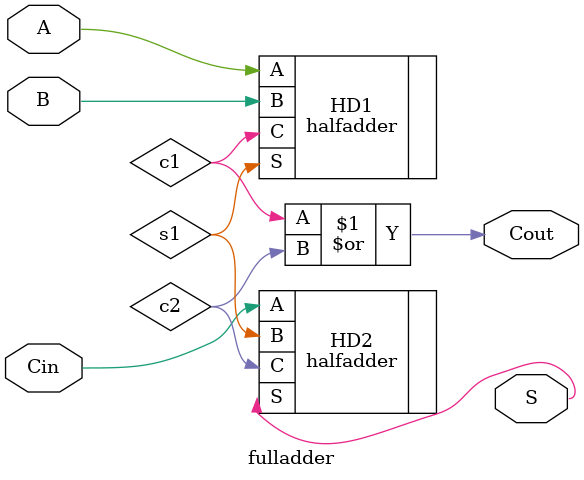
<source format=sv>
`timescale 1ns / 1ps


module fulladder(
        input logic A,
        input logic B,
        input logic Cin,
        output logic Cout,
        output logic S

    );
    logic c1, s1, c2;
    
    halfadder HD1(.S(s1), .C(c1), .A(A), .B(B));
    halfadder HD2(.S(S), .C(c2), .A(Cin), .B(s1));
    
    or (Cout, c1, c2);
    
endmodule

</source>
